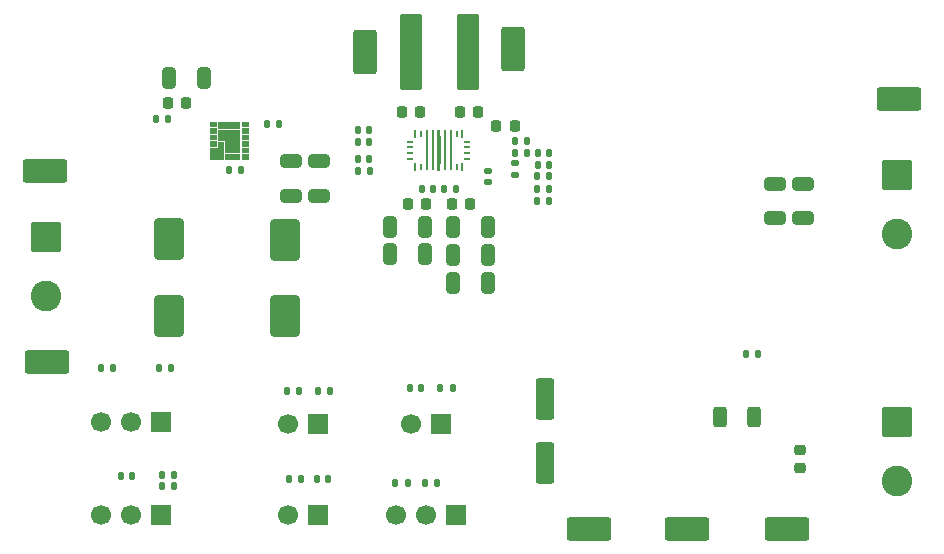
<source format=gbr>
%TF.GenerationSoftware,KiCad,Pcbnew,9.0.4*%
%TF.CreationDate,2025-11-02T21:55:33-03:00*%
%TF.ProjectId,PowerPCB,506f7765-7250-4434-922e-6b696361645f,rev?*%
%TF.SameCoordinates,Original*%
%TF.FileFunction,Soldermask,Top*%
%TF.FilePolarity,Negative*%
%FSLAX46Y46*%
G04 Gerber Fmt 4.6, Leading zero omitted, Abs format (unit mm)*
G04 Created by KiCad (PCBNEW 9.0.4) date 2025-11-02 21:55:33*
%MOMM*%
%LPD*%
G01*
G04 APERTURE LIST*
G04 Aperture macros list*
%AMRoundRect*
0 Rectangle with rounded corners*
0 $1 Rounding radius*
0 $2 $3 $4 $5 $6 $7 $8 $9 X,Y pos of 4 corners*
0 Add a 4 corners polygon primitive as box body*
4,1,4,$2,$3,$4,$5,$6,$7,$8,$9,$2,$3,0*
0 Add four circle primitives for the rounded corners*
1,1,$1+$1,$2,$3*
1,1,$1+$1,$4,$5*
1,1,$1+$1,$6,$7*
1,1,$1+$1,$8,$9*
0 Add four rect primitives between the rounded corners*
20,1,$1+$1,$2,$3,$4,$5,0*
20,1,$1+$1,$4,$5,$6,$7,0*
20,1,$1+$1,$6,$7,$8,$9,0*
20,1,$1+$1,$8,$9,$2,$3,0*%
G04 Aperture macros list end*
%ADD10C,0.000000*%
%ADD11RoundRect,0.225000X-0.225000X-0.250000X0.225000X-0.250000X0.225000X0.250000X-0.225000X0.250000X0*%
%ADD12RoundRect,0.140000X-0.140000X-0.170000X0.140000X-0.170000X0.140000X0.170000X-0.140000X0.170000X0*%
%ADD13RoundRect,0.250000X-1.050000X1.050000X-1.050000X-1.050000X1.050000X-1.050000X1.050000X1.050000X0*%
%ADD14C,2.600000*%
%ADD15RoundRect,0.250000X0.650000X-0.325000X0.650000X0.325000X-0.650000X0.325000X-0.650000X-0.325000X0*%
%ADD16R,1.700000X1.700000*%
%ADD17C,1.700000*%
%ADD18RoundRect,0.249999X0.710001X3.000001X-0.710001X3.000001X-0.710001X-3.000001X0.710001X-3.000001X0*%
%ADD19RoundRect,0.250000X0.750000X-1.650000X0.750000X1.650000X-0.750000X1.650000X-0.750000X-1.650000X0*%
%ADD20RoundRect,0.225000X0.225000X0.250000X-0.225000X0.250000X-0.225000X-0.250000X0.225000X-0.250000X0*%
%ADD21RoundRect,0.250000X-0.325000X-0.650000X0.325000X-0.650000X0.325000X0.650000X-0.325000X0.650000X0*%
%ADD22RoundRect,0.250000X0.325000X0.650000X-0.325000X0.650000X-0.325000X-0.650000X0.325000X-0.650000X0*%
%ADD23RoundRect,0.250000X-0.550000X1.500000X-0.550000X-1.500000X0.550000X-1.500000X0.550000X1.500000X0*%
%ADD24RoundRect,0.140000X0.140000X0.170000X-0.140000X0.170000X-0.140000X-0.170000X0.140000X-0.170000X0*%
%ADD25R,0.127000X0.127000*%
%ADD26RoundRect,0.135000X-0.135000X-0.185000X0.135000X-0.185000X0.135000X0.185000X-0.135000X0.185000X0*%
%ADD27RoundRect,0.135000X0.135000X0.185000X-0.135000X0.185000X-0.135000X-0.185000X0.135000X-0.185000X0*%
%ADD28RoundRect,0.250000X-0.650000X0.325000X-0.650000X-0.325000X0.650000X-0.325000X0.650000X0.325000X0*%
%ADD29RoundRect,0.250000X-1.650000X-0.750000X1.650000X-0.750000X1.650000X0.750000X-1.650000X0.750000X0*%
%ADD30RoundRect,0.250000X-1.000000X1.500000X-1.000000X-1.500000X1.000000X-1.500000X1.000000X1.500000X0*%
%ADD31R,0.609600X0.254000*%
%ADD32R,0.254000X0.660400*%
%ADD33R,0.254000X0.609600*%
%ADD34R,0.254000X3.403600*%
%ADD35R,0.254000X3.397602*%
%ADD36RoundRect,0.135000X0.185000X-0.135000X0.185000X0.135000X-0.185000X0.135000X-0.185000X-0.135000X0*%
%ADD37RoundRect,0.250000X0.312500X0.625000X-0.312500X0.625000X-0.312500X-0.625000X0.312500X-0.625000X0*%
%ADD38RoundRect,0.225000X-0.250000X0.225000X-0.250000X-0.225000X0.250000X-0.225000X0.250000X0.225000X0*%
%ADD39RoundRect,0.140000X0.170000X-0.140000X0.170000X0.140000X-0.170000X0.140000X-0.170000X-0.140000X0*%
G04 APERTURE END LIST*
D10*
%TO.C,U2*%
G36*
X126749793Y-88475005D02*
G01*
X126149807Y-88475005D01*
X126149807Y-88024993D01*
X126749793Y-88024993D01*
X126749793Y-88475005D01*
G37*
G36*
X126749793Y-89025006D02*
G01*
X126149807Y-89025006D01*
X126149807Y-88574994D01*
X126749793Y-88574994D01*
X126749793Y-89025006D01*
G37*
G36*
X126749793Y-89575005D02*
G01*
X126149807Y-89575005D01*
X126149807Y-89124993D01*
X126749793Y-89124993D01*
X126749793Y-89575005D01*
G37*
G36*
X126749793Y-90125007D02*
G01*
X126149807Y-90125007D01*
X126149807Y-89674995D01*
X126749793Y-89674995D01*
X126749793Y-90125007D01*
G37*
G36*
X128750005Y-88599993D02*
G01*
X126849995Y-88599993D01*
X126849995Y-88000007D01*
X128750005Y-88000007D01*
X128750005Y-88599993D01*
G37*
G36*
X128750005Y-91250006D02*
G01*
X127449995Y-91250006D01*
X127449995Y-90749994D01*
X128750005Y-90749994D01*
X128750005Y-91250006D01*
G37*
G36*
X129450193Y-88475005D02*
G01*
X128850207Y-88475005D01*
X128850207Y-88024993D01*
X129450193Y-88024993D01*
X129450193Y-88475005D01*
G37*
G36*
X129450193Y-89025006D02*
G01*
X128850207Y-89025006D01*
X128850207Y-88574994D01*
X129450193Y-88574994D01*
X129450193Y-89025006D01*
G37*
G36*
X129450193Y-89575005D02*
G01*
X128850207Y-89575005D01*
X128850207Y-89124993D01*
X129450193Y-89124993D01*
X129450193Y-89575005D01*
G37*
G36*
X129450193Y-90125007D02*
G01*
X128850207Y-90125007D01*
X128850207Y-89674995D01*
X129450193Y-89674995D01*
X129450193Y-90125007D01*
G37*
G36*
X129450193Y-90675006D02*
G01*
X128850207Y-90675006D01*
X128850207Y-90224994D01*
X129450193Y-90224994D01*
X129450193Y-90675006D01*
G37*
G36*
X129450193Y-91225007D02*
G01*
X128850207Y-91225007D01*
X128850207Y-90774995D01*
X129450193Y-90774995D01*
X129450193Y-91225007D01*
G37*
G36*
X127350006Y-91250006D02*
G01*
X126149807Y-91250005D01*
X126149807Y-90224994D01*
X126849793Y-90224994D01*
X126849994Y-89750300D01*
X127350006Y-89750300D01*
X127350006Y-91250006D01*
G37*
G36*
X128749900Y-90649800D02*
G01*
X127450100Y-90649800D01*
X127450300Y-89650000D01*
X126850300Y-89650000D01*
X126849700Y-88700000D01*
X128749700Y-88700000D01*
X128749900Y-90649800D01*
G37*
%TO.C,U1*%
G36*
X145677000Y-89267664D02*
G01*
X145715100Y-89267664D01*
X145715100Y-91629864D01*
X145677000Y-91629864D01*
X145677000Y-92147567D01*
X145423000Y-92147564D01*
X145423000Y-91629864D01*
X145384900Y-91629864D01*
X145384900Y-89267664D01*
X145423000Y-89267664D01*
X145423000Y-88749961D01*
X145677000Y-88749961D01*
X145677000Y-89267664D01*
G37*
%TD*%
D11*
%TO.C,C20*%
X142925000Y-95000000D03*
X144475000Y-95000000D03*
%TD*%
D12*
%TO.C,C28*%
X118620000Y-118000000D03*
X119580000Y-118000000D03*
%TD*%
D13*
%TO.C,J5*%
X184377500Y-92500000D03*
D14*
X184377500Y-97500000D03*
%TD*%
D15*
%TO.C,C30*%
X135400000Y-94300000D03*
X135400000Y-91350000D03*
%TD*%
D12*
%TO.C,C1*%
X138720000Y-91200000D03*
X139680000Y-91200000D03*
%TD*%
D16*
%TO.C,J8*%
X145700000Y-113600000D03*
D17*
X143160000Y-113600000D03*
%TD*%
D12*
%TO.C,C24*%
X138720000Y-89700000D03*
X139680000Y-89700000D03*
%TD*%
D18*
%TO.C,L1*%
X148010000Y-82100000D03*
X143190000Y-82100000D03*
%TD*%
D19*
%TO.C,TP1*%
X139300000Y-82100000D03*
%TD*%
D12*
%TO.C,C2*%
X138720000Y-88700000D03*
X139680000Y-88700000D03*
%TD*%
D20*
%TO.C,C4*%
X148875000Y-87200000D03*
X147325000Y-87200000D03*
%TD*%
D21*
%TO.C,C32*%
X122725000Y-84300000D03*
X125675000Y-84300000D03*
%TD*%
D19*
%TO.C,TP4*%
X151800000Y-81900000D03*
%TD*%
D22*
%TO.C,C10*%
X149675000Y-99300000D03*
X146725000Y-99300000D03*
%TD*%
D21*
%TO.C,C18*%
X141425000Y-99200000D03*
X144375000Y-99200000D03*
%TD*%
D23*
%TO.C,C9*%
X154500000Y-111500000D03*
X154500000Y-116900000D03*
%TD*%
D24*
%TO.C,C15*%
X146980000Y-93700000D03*
X146020000Y-93700000D03*
%TD*%
D25*
%TO.C,U2*%
X128100000Y-90100000D03*
%TD*%
D26*
%TO.C,R5*%
X151980335Y-89650616D03*
X153000335Y-89650616D03*
%TD*%
D13*
%TO.C,J1*%
X112300000Y-97800000D03*
D14*
X112300000Y-102800000D03*
%TD*%
D27*
%TO.C,R11*%
X117950000Y-108900000D03*
X116930000Y-108900000D03*
%TD*%
D28*
%TO.C,C27*%
X174000000Y-93250000D03*
X174000000Y-96200000D03*
%TD*%
D27*
%TO.C,R7*%
X153000335Y-90650616D03*
X151980335Y-90650616D03*
%TD*%
D29*
%TO.C,TP11*%
X158300000Y-122500000D03*
%TD*%
D16*
%TO.C,J2*%
X135300000Y-113600000D03*
D17*
X132760000Y-113600000D03*
%TD*%
D27*
%TO.C,R4*%
X139710000Y-92200000D03*
X138690000Y-92200000D03*
%TD*%
D22*
%TO.C,C11*%
X149675000Y-101700000D03*
X146725000Y-101700000D03*
%TD*%
D11*
%TO.C,C5*%
X150425000Y-88400000D03*
X151975000Y-88400000D03*
%TD*%
D27*
%TO.C,R17*%
X123100000Y-117900000D03*
X122080000Y-117900000D03*
%TD*%
%TO.C,R8*%
X154910000Y-94700000D03*
X153890000Y-94700000D03*
%TD*%
D30*
%TO.C,C17*%
X132500000Y-97992500D03*
X132500000Y-104492500D03*
%TD*%
D29*
%TO.C,TP8*%
X112400000Y-108400000D03*
%TD*%
D11*
%TO.C,C35*%
X122625000Y-86400000D03*
X124175000Y-86400000D03*
%TD*%
D26*
%TO.C,R21*%
X132890000Y-118300000D03*
X133910000Y-118300000D03*
%TD*%
D27*
%TO.C,R14*%
X142900000Y-118600000D03*
X141880000Y-118600000D03*
%TD*%
D22*
%TO.C,C12*%
X149675000Y-96900000D03*
X146725000Y-96900000D03*
%TD*%
D27*
%TO.C,R3*%
X154900335Y-92650616D03*
X153880335Y-92650616D03*
%TD*%
D13*
%TO.C,J4*%
X184377500Y-113400000D03*
D14*
X184377500Y-118400000D03*
%TD*%
D16*
%TO.C,J7*%
X146965000Y-121300000D03*
D17*
X144425000Y-121300000D03*
X141885000Y-121300000D03*
%TD*%
D27*
%TO.C,R1*%
X172610000Y-107690000D03*
X171590000Y-107690000D03*
%TD*%
%TO.C,R6*%
X154910000Y-93700000D03*
X153890000Y-93700000D03*
%TD*%
D29*
%TO.C,TP7*%
X112200000Y-92200000D03*
%TD*%
D20*
%TO.C,C13*%
X148175000Y-95000000D03*
X146625000Y-95000000D03*
%TD*%
D12*
%TO.C,C8*%
X153910335Y-90650616D03*
X154870335Y-90650616D03*
%TD*%
D16*
%TO.C,J9*%
X122040000Y-121300000D03*
D17*
X119500000Y-121300000D03*
X116960000Y-121300000D03*
%TD*%
D27*
%TO.C,R10*%
X122850000Y-108900000D03*
X121830000Y-108900000D03*
%TD*%
D26*
%TO.C,R22*%
X121590000Y-87800000D03*
X122610000Y-87800000D03*
%TD*%
D12*
%TO.C,C22*%
X144120000Y-93700000D03*
X145080000Y-93700000D03*
%TD*%
%TO.C,C31*%
X135220000Y-118300000D03*
X136180000Y-118300000D03*
%TD*%
D30*
%TO.C,C33*%
X122700000Y-97950000D03*
X122700000Y-104450000D03*
%TD*%
D31*
%TO.C,U1*%
X143149954Y-89698575D03*
X143149954Y-90198701D03*
X143149954Y-90698827D03*
X143149954Y-91198953D03*
D32*
X143549496Y-91823364D03*
D33*
X144049622Y-91848764D03*
D34*
X144549748Y-90445764D03*
X145049874Y-90445764D03*
D35*
X145550781Y-90448763D03*
D34*
X146050126Y-90445764D03*
X146550252Y-90445764D03*
D33*
X147050378Y-91848764D03*
D32*
X147550504Y-91823364D03*
D31*
X147950046Y-91198953D03*
X147950046Y-90698827D03*
X147950046Y-90198701D03*
X147950046Y-89698575D03*
D32*
X147550504Y-89074164D03*
D33*
X147050378Y-89048764D03*
X144049622Y-89048764D03*
D32*
X143549496Y-89074164D03*
%TD*%
D21*
%TO.C,C19*%
X141425000Y-96900000D03*
X144375000Y-96900000D03*
%TD*%
D16*
%TO.C,J10*%
X135300000Y-121300000D03*
D17*
X132760000Y-121300000D03*
%TD*%
D26*
%TO.C,R15*%
X145690000Y-110600000D03*
X146710000Y-110600000D03*
%TD*%
D36*
%TO.C,R2*%
X151990335Y-92560616D03*
X151990335Y-91540616D03*
%TD*%
D26*
%TO.C,R18*%
X122095000Y-118900000D03*
X123115000Y-118900000D03*
%TD*%
D28*
%TO.C,C26*%
X176400000Y-93250000D03*
X176400000Y-96200000D03*
%TD*%
D26*
%TO.C,R12*%
X135290000Y-110800000D03*
X136310000Y-110800000D03*
%TD*%
D37*
%TO.C,R9*%
X172262500Y-113000000D03*
X169337500Y-113000000D03*
%TD*%
D12*
%TO.C,C7*%
X153910335Y-91650616D03*
X154870335Y-91650616D03*
%TD*%
D27*
%TO.C,R16*%
X132010000Y-88200000D03*
X130990000Y-88200000D03*
%TD*%
D29*
%TO.C,TP9*%
X184532500Y-86100000D03*
%TD*%
D15*
%TO.C,C29*%
X133000000Y-94325000D03*
X133000000Y-91375000D03*
%TD*%
D24*
%TO.C,C34*%
X128780000Y-92100000D03*
X127820000Y-92100000D03*
%TD*%
D11*
%TO.C,C3*%
X142425000Y-87200000D03*
X143975000Y-87200000D03*
%TD*%
D16*
%TO.C,J3*%
X122040000Y-113400000D03*
D17*
X119500000Y-113400000D03*
X116960000Y-113400000D03*
%TD*%
D12*
%TO.C,C23*%
X132720000Y-110800000D03*
X133680000Y-110800000D03*
%TD*%
D38*
%TO.C,C16*%
X176100000Y-115825000D03*
X176100000Y-117375000D03*
%TD*%
D12*
%TO.C,C25*%
X143120000Y-110600000D03*
X144080000Y-110600000D03*
%TD*%
D29*
%TO.C,TP3*%
X166600000Y-122500000D03*
%TD*%
D39*
%TO.C,C6*%
X149671732Y-93160024D03*
X149671732Y-92200024D03*
%TD*%
D27*
%TO.C,R13*%
X145410000Y-118600000D03*
X144390000Y-118600000D03*
%TD*%
D29*
%TO.C,TP2*%
X175000000Y-122500000D03*
%TD*%
M02*

</source>
